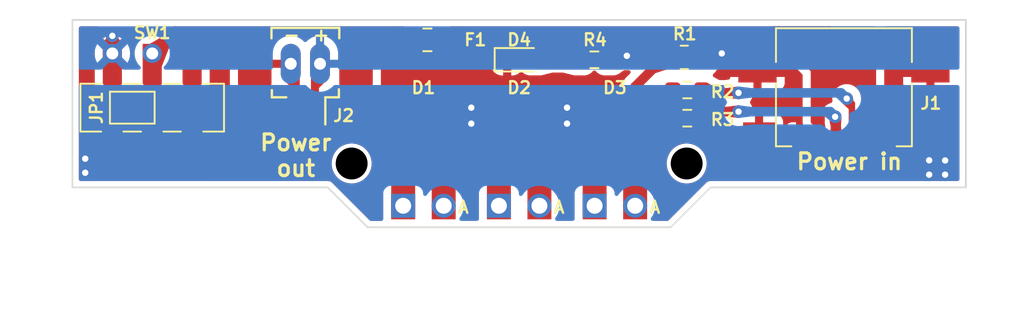
<source format=kicad_pcb>
(kicad_pcb (version 20240108) (generator "pcbnew") (generator_version "8.0")
  (layers (0 "F.Cu" signal) (31 "B.Cu" signal) (34 "B.Paste" user) (35 "F.Paste" user) (36 "B.SilkS" user "B.Silkscreen") (37 "F.SilkS" user "F.Silkscreen") (38 "B.Mask" user) (39 "F.Mask" user) (44 "Edge.Cuts" user))
  (net 0 "")
  (net 1 "GND")
  (net 2 "/CC1")
  (net 3 "/CC2")
  (net 4 "/D1+")
  (net 5 "Power_postSwitch")
  (net 6 "/VBUS")
  (net 7 "/Power_postFuse")
  (net 8 "/D2+")
  (net 9 "/D3+")
  (net 10 "Net-(D4-A)")
  (net 11 "unconnected-(SW1A-C-Pad3)")
  (footprint "sensorstrip:MountingHole-2mm-NPTH" (layer "F.Cu") (at 117.5 59)
    (property "Reference" "" (hide yes))
    (property "Value" "MountingHole-2mm-NPTH" (hide yes))
    (pad "" np_thru_hole circle (at 0 0) (size 3 3) (drill 2) (layers "*.Mask"))
  )
  (footprint "Resistor_SMD:R_0603_1608Metric_Pad0.98x0.95mm_HandSolder" (layer "F.Cu") (at 132.7125 52.5)
    (property "Reference" "R4" (at 0.0375 -1.25 0) (layer "F.SilkS") (effects (font (size 0.75 0.75))))
    (property "Value" "1K")
    (fp_line (start -0.254724 -0.5225) (end 0.254724 -0.5225) (stroke (width 0.12)) (layer "F.SilkS"))
    (fp_line (start -0.254724 0.5225) (end 0.254724 0.5225) (stroke (width 0.12)) (layer "F.SilkS"))
    (pad "1" smd roundrect (at -0.9125 0) (size 0.975 0.95) (layers "F.Cu" "F.Paste" "F.Mask") (net 10 "Net-(D4-A)"))
    (pad "2" smd roundrect (at 0.9125 0) (size 0.975 0.95) (layers "F.Cu" "F.Paste" "F.Mask") (net 5 "Power_postSwitch"))
  )
  (footprint "Resistor_SMD:R_0805_2012Metric_Pad1.20x1.40mm_HandSolder" (layer "F.Cu") (at 138.35 52.35)
    (property "Reference" "R1" (at 0.03 -1.47 0) (layer "F.SilkS") (effects (font (size 0.75 0.75))))
    (property "Value" "10R")
    (fp_line (start -0.227064 -0.735) (end 0.227064 -0.735) (stroke (width 0.12)) (layer "F.SilkS"))
    (fp_line (start -0.227064 0.735) (end 0.227064 0.735) (stroke (width 0.12)) (layer "F.SilkS"))
    (pad "1" smd roundrect (at -1 0) (size 1.2 1.4) (layers "F.Cu" "F.Paste" "F.Mask") (roundrect_rratio 0.208333) (net 9 "/D3+"))
    (pad "2" smd roundrect (at 1 0) (size 1.2 1.4) (layers "F.Cu" "F.Paste" "F.Mask") (roundrect_rratio 0.208333) (net 5 "Power_postSwitch"))
  )
  (footprint "sensorstrip:LED_THT-1.27mm-OrthogonalSMDAndTHT" (layer "F.Cu") (at 128 59)
    (property "Reference" "D2" (at 0 -4.75 0) (layer "F.SilkS") (effects (font (size 0.75 0.75))))
    (property "Value" "LED")
    (fp_text user "A" (at 2.5 2.75 0) (layer "F.SilkS") (effects (font (size 0.75 0.75))))
    (pad "1" smd rect (at -1.27 -0.125) (size 1.5 7.25) (layers "F.Cu" "F.Paste" "F.Mask") (net 4 "/D1+"))
    (pad "1" thru_hole rect (at -1.27 2.65 90) (size 1.5 1.5) (drill 1) (layers "*.Cu" "*.Mask") (net 4 "/D1+"))
    (pad "2" smd rect (at 1.27 -0.125) (size 1.5 7.25) (layers "F.Cu" "F.Paste" "F.Mask") (net 8 "/D2+"))
    (pad "2" thru_hole circle (at 1.27 2.65 90) (size 1.5 1.5) (drill 1) (layers "*.Cu" "*.Mask") (net 8 "/D2+"))
  )
  (footprint "sensorstrip:JS202011SCQN-Hybrid" (layer "F.Cu") (at 105 55.5)
    (property "Reference" "SW1" (at 0 -4.7 0) (layer "F.SilkS") (effects (font (size 0.75 0.75))))
    (property "Value" "SW_DPDT_x2")
    (fp_line (start -4.5 -1.5) (end -4.5 1.5) (stroke (width 0.12)) (layer "F.SilkS"))
    (fp_line (start -4.5 -1.5) (end -3.2 -1.5) (stroke (width 0.12)) (layer "F.SilkS"))
    (fp_line (start -4.5 1.5) (end -3.2 1.5) (stroke (width 0.12)) (layer "F.SilkS"))
    (fp_line (start -1.8 -1.5) (end -0.7 -1.5) (stroke (width 0.12)) (layer "F.SilkS"))
    (fp_line (start -1.8 1.5) (end -0.7 1.5) (stroke (width 0.12)) (layer "F.SilkS"))
    (fp_line (start 0.7 -1.5) (end 1.8 -1.5) (stroke (width 0.12)) (layer "F.SilkS"))
    (fp_line (start 0.7 1.5) (end 1.8 1.5) (stroke (width 0.12)) (layer "F.SilkS"))
    (fp_line (start 3.2 -1.5) (end 4.5 -1.5) (stroke (width 0.12)) (layer "F.SilkS"))
    (fp_line (start 3.2 1.5) (end 4.5 1.5) (stroke (width 0.12)) (layer "F.SilkS"))
    (fp_line (start 4.5 -1.5) (end 4.5 1.5) (stroke (width 0.12)) (layer "F.SilkS"))
    (pad "1" smd rect (at -2.5 2.75) (size 1.2 2.5) (layers "F.Cu" "F.Paste" "F.Mask") (net 5 "Power_postSwitch"))
    (pad "2" smd rect (at 0 2.75) (size 1.2 2.5) (layers "F.Cu" "F.Paste" "F.Mask") (net 7 "/Power_postFuse"))
    (pad "3" smd rect (at 2.5 2.75) (size 1.2 2.5) (layers "F.Cu" "F.Paste" "F.Mask") (net 11 "unconnected-(SW1A-C-Pad3)"))
    (pad "4" thru_hole circle (at -2.5 -3.4) (size 1.2 1.2) (drill 0.75) (layers "*.Cu" "*.Mask") (net 5 "Power_postSwitch"))
    (pad "4" smd rect (at -2.5 -2.75) (size 1.2 2.5) (layers "F.Cu" "F.Paste" "F.Mask") (net 5 "Power_postSwitch"))
    (pad "5" thru_hole circle (at 0 -3.4) (size 1.2 1.2) (drill 0.75) (layers "*.Cu" "*.Mask") (net 7 "/Power_postFuse"))
    (pad "5" smd rect (at 0 -2.75) (size 1.2 2.5) (layers "F.Cu" "F.Paste" "F.Mask") (net 7 "/Power_postFuse"))
    (pad "6" smd rect (at 2.5 -2.75) (size 1.2 2.5) (layers "F.Cu" "F.Paste" "F.Mask") (net 11 "unconnected-(SW1A-C-Pad3)"))
  )
  (footprint "Fuse:Fuse_0805_2012Metric_Pad1.15x1.40mm_HandSolder" (layer "F.Cu") (at 122.25 51.25 180)
    (property "Reference" "F1" (at -3 0 0) (layer "F.SilkS") (effects (font (size 0.75 0.75))))
    (property "Value" "Polyfuse")
    (fp_line (start -0.261252 0.71) (end 0.261252 0.71) (stroke (width 0.12)) (layer "F.SilkS"))
    (fp_line (start -0.261252 -0.71) (end 0.261252 -0.71) (stroke (width 0.12)) (layer "F.SilkS"))
    (pad "1" smd roundrect (at -1.025 0 180) (size 1.15 1.4) (layers "F.Cu" "F.Paste" "F.Mask") (roundrect_rratio 0.217391) (net 6 "/VBUS"))
    (pad "2" smd roundrect (at 1.025 0 180) (size 1.15 1.4) (layers "F.Cu" "F.Paste" "F.Mask") (roundrect_rratio 0.217391) (net 7 "/Power_postFuse"))
  )
  (footprint "Jumper:SolderJumper-2_P1.3mm_Open_Pad1.0x1.5mm" (layer "F.Cu") (at 103.75 55.5)
    (property "Reference" "JP1" (at -2.25 0 90) (layer "F.SilkS") (effects (font (size 0.75 0.75))))
    (property "Value" "SolderJumper_2_Open")
    (fp_line (start -1.4 -1) (end 1.4 -1) (stroke (width 0.12)) (layer "F.SilkS"))
    (fp_line (start -1.4 1) (end -1.4 -1) (stroke (width 0.12)) (layer "F.SilkS"))
    (fp_line (start 1.4 -1) (end 1.4 1) (stroke (width 0.12)) (layer "F.SilkS"))
    (fp_line (start 1.4 1) (end -1.4 1) (stroke (width 0.12)) (layer "F.SilkS"))
    (pad "1" smd rect (at -0.65 0) (size 1 1.5) (layers "F.Cu" "F.Mask") (net 5 "Power_postSwitch"))
    (pad "2" smd rect (at 0.65 0) (size 1 1.5) (layers "F.Cu" "F.Mask") (net 7 "/Power_postFuse"))
  )
  (footprint "Resistor_SMD:R_0603_1608Metric_Pad0.98x0.95mm_HandSolder" (layer "F.Cu") (at 138.54 56.16)
    (property "Reference" "R3" (at 2.21 0.09 0) (layer "F.SilkS") (effects (font (size 0.75 0.75))))
    (property "Value" "5.1K")
    (fp_line (start -0.254724 -0.5225) (end 0.254724 -0.5225) (stroke (width 0.12)) (layer "F.SilkS"))
    (fp_line (start -0.254724 0.5225) (end 0.254724 0.5225) (stroke (width 0.12)) (layer "F.SilkS"))
    (pad "1" smd roundrect (at -0.9125 0) (size 0.975 0.95) (layers "F.Cu" "F.Paste" "F.Mask") (net 1 "GND"))
    (pad "2" smd roundrect (at 0.9125 0) (size 0.975 0.95) (layers "F.Cu" "F.Paste" "F.Mask") (net 3 "/CC2"))
  )
  (footprint "sensorstrip:MountingHole-2mm-NPTH" (layer "F.Cu") (at 138.5 59)
    (property "Reference" "" (hide yes))
    (property "Value" "MountingHole-2mm-NPTH" (hide yes))
    (pad "" np_thru_hole circle (at 0 0) (size 3 3) (drill 2) (layers "*.Mask"))
  )
  (footprint "sensorstrip:Molex_Picoblade_53261-0271-Hybrid" (layer "F.Cu") (at 114.6 55.65)
    (property "Reference" "J2" (at 2.4 0.35 0) (layer "F.SilkS") (effects (font (size 0.75 0.75))))
    (property "Value" "Conn_01x02_MountingPin")
    (fp_line (start -2.125 -4.5) (end -2.125 -5.15) (stroke (width 0.15)) (layer "F.SilkS"))
    (fp_line (start -2.1 -1.25) (end -2.1 -0.8) (stroke (width 0.15)) (layer "F.SilkS"))
    (fp_line (start -2.1 -0.8) (end -1.2 -0.8) (stroke (width 0.15)) (layer "F.SilkS"))
    (fp_line (start 1.25 -0.8) (end 1.25 0.9) (stroke (width 0.15)) (layer "F.SilkS"))
    (fp_line (start 2.1 -1.3) (end 2.1 -0.8) (stroke (width 0.15)) (layer "F.SilkS"))
    (fp_line (start 2.1 -0.8) (end 1.25 -0.8) (stroke (width 0.15)) (layer "F.SilkS"))
    (fp_line (start 2.125 -5.15) (end -2.125 -5.15) (stroke (width 0.15)) (layer "F.SilkS"))
    (fp_line (start 2.125 -4.5) (end 2.125 -5.15) (stroke (width 0.15)) (layer "F.SilkS"))
    (pad "1" smd custom (at 0.625 0) (size 0.8 0.8) (layers "F.Cu") (net 5 "Power_postSwitch") (options (clearance outline) (anchor circle)) (primitives (gr_poly (pts (xy -0.4 -0.68) (xy -0.390866 -0.725922) (xy -0.364853 -0.764853) (xy -0.325922 -0.790866) (xy -0.28 -0.8) (xy 0.28 -0.8) (xy 0.325922 -0.790866) (xy 0.364853 -0.764853) (xy 0.390866 -0.725922) (xy 0.4 -0.68) (xy 0.4 0.68) (xy 0.390866 0.725922) (xy 0.364853 0.764853) (xy 0.325922 0.790866) (xy 0.28 0.8) (xy -0.28 0.8) (xy -0.325922 0.790866) (xy -0.364853 0.764853) (xy -0.390866 0.725922) (xy -0.4 0.68)) (width 0) (fill yes)) (gr_poly (pts (xy -0.225 -0.75) (xy -0.225 -2) (xy 0.775 -2) (xy 0.175 -1.4) (xy 0.175 -0.75)) (width 0.1) (fill yes))))
    (pad "1" smd roundrect (at 0.625 0) (size 0.8 1.6) (layers "F.Cu" "F.Paste" "F.Mask") (roundrect_rratio 0.15) (net 5 "Power_postSwitch"))
    (pad "1" thru_hole oval (at 0.917 -2.9) (size 1.25 2.5) (drill 0.75) (layers "*.Cu" "*.Mask") (net 5 "Power_postSwitch"))
    (pad "2" thru_hole oval (at -0.917 -2.9) (size 1.25 2.5) (drill 0.75) (layers "*.Cu" "*.Mask") (net 1 "GND"))
    (pad "2" smd custom (at -0.625 0) (size 0.8 0.8) (layers "F.Cu") (net 1 "GND") (options (clearance outline) (anchor circle)) (primitives (gr_poly (pts (xy -0.4 -0.68) (xy -0.390866 -0.725922) (xy -0.364853 -0.764853) (xy -0.325922 -0.790866) (xy -0.28 -0.8) (xy 0.28 -0.8) (xy 0.325922 -0.790866) (xy 0.364853 -0.764853) (xy 0.390866 -0.725922) (xy 0.4 -0.68) (xy 0.4 0.68) (xy 0.390866 0.725922) (xy 0.364853 0.764853) (xy 0.325922 0.790866) (xy 0.28 0.8) (xy -0.28 0.8) (xy -0.325922 0.790866) (xy -0.364853 0.764853) (xy -0.390866 0.725922) (xy -0.4 0.68)) (width 0) (fill yes)) (gr_line (start 0.025 0) (end 0.225 0) (width 0.1)) (gr_poly (pts (xy 0.225 -0.75) (xy 0.225 -2) (xy -0.775 -2) (xy -0.175 -1.4) (xy -0.175 -0.75)) (width 0.1) (fill yes))))
    (pad "2" smd roundrect (at -0.625 0) (size 0.8 1.6) (layers "F.Cu" "F.Paste" "F.Mask") (roundrect_rratio 0.15) (net 1 "GND"))
    (pad "MP" smd roundrect (at -3.175 -2.9) (size 2.1 3) (layers "F.Cu" "F.Paste" "F.Mask") (roundrect_rratio 0.12) (net 1 "GND"))
    (pad "MP" smd roundrect (at 3.175 -2.9) (size 2.1 3) (layers "F.Cu" "F.Paste" "F.Mask") (roundrect_rratio 0.12) (net 1 "GND"))
  )
  (footprint "sensorstrip:DEALON USB Type-C 6Pin" (layer "F.Cu") (at 148.357327 57.422902 180)
    (property "Reference" "J1" (at -5.45 2.199238 0) (layer "F.SilkS") (effects (font (size 0.75 0.75))))
    (property "Value" "USB_C_Receptacle_PowerOnly")
    (fp_line (start 4.26 4.78) (end 4.26 6.9) (stroke (width 0.12)) (layer "F.SilkS"))
    (fp_line (start 4.26 3.43) (end 4.26 -0.5) (stroke (width 0.12)) (layer "F.SilkS"))
    (fp_line (start 4.26 -0.5) (end 3.3 -0.5) (stroke (width 0.12)) (layer "F.SilkS"))
    (fp_line (start -3.3 -0.5) (end -4.25 -0.5) (stroke (width 0.12)) (layer "F.SilkS"))
    (fp_line (start -4.26 6.9) (end 4.26 6.9) (stroke (width 0.12)) (layer "F.SilkS"))
    (fp_line (start -4.26 4.78) (end -4.26 6.9) (stroke (width 0.12)) (layer "F.SilkS"))
    (fp_line (start -4.26 -0.5) (end -4.26 3.43) (stroke (width 0.12)) (layer "F.SilkS"))
    (pad "A5" smd rect (at -0.5 0 180) (size 0.7 1) (layers "F.Cu" "F.Paste" "F.Mask") (net 2 "/CC1"))
    (pad "A9" smd rect (at 1.52 0 180) (size 0.8 1) (layers "F.Cu" "F.Paste" "F.Mask") (net 6 "/VBUS"))
    (pad "A12" smd rect (at 2.75 0 180) (size 0.9 1) (layers "F.Cu" "F.Paste" "F.Mask") (net 1 "GND"))
    (pad "B5" smd rect (at 0.5 0 180) (size 0.7 1) (layers "F.Cu" "F.Paste" "F.Mask") (net 3 "/CC2"))
    (pad "B9" smd rect (at -1.52 0 180) (size 0.8 1) (layers "F.Cu" "F.Paste" "F.Mask") (net 6 "/VBUS"))
    (pad "B12" smd rect (at -2.75 0 180) (size 0.9 1) (layers "F.Cu" "F.Paste" "F.Mask") (net 1 "GND"))
    (pad "S1" smd rect (at -5.42 4.1 180) (size 2.4 1.2) (layers "F.Cu" "F.Paste" "F.Mask") (net 1 "GND"))
    (pad "S1" smd rect (at -5.32 0.5 180) (size 2 1) (layers "F.Cu" "F.Paste" "F.Mask") (net 1 "GND"))
    (pad "S1" smd rect (at 5.32 0.5 180) (size 2 1) (layers "F.Cu" "F.Paste" "F.Mask") (net 1 "GND"))
    (pad "S1" smd rect (at 5.42 4.1 180) (size 2.4 1.2) (layers "F.Cu" "F.Paste" "F.Mask") (net 1 "GND"))
  )
  (footprint "sensorstrip:LED_THT-1.27mm-OrthogonalSMDAndTHT" (layer "F.Cu") (at 134 59)
    (property "Reference" "D3" (at 0 -4.75 0) (layer "F.SilkS") (effects (font (size 0.75 0.75))))
    (property "Value" "LED")
    (fp_text user "A" (at 2.5 2.75 0) (layer "F.SilkS") (effects (font (size 0.75 0.75))))
    (pad "1" smd rect (at -1.27 -0.125) (size 1.5 7.25) (layers "F.Cu" "F.Paste" "F.Mask") (net 8 "/D2+"))
    (pad "1" thru_hole rect (at -1.27 2.65 90) (size 1.5 1.5) (drill 1) (layers "*.Cu" "*.Mask") (net 8 "/D2+"))
    (pad "2" smd rect (at 1.27 -0.125) (size 1.5 7.25) (layers "F.Cu" "F.Paste" "F.Mask") (net 9 "/D3+"))
    (pad "2" thru_hole circle (at 1.27 2.65 90) (size 1.5 1.5) (drill 1) (layers "*.Cu" "*.Mask") (net 9 "/D3+"))
  )
  (footprint "Resistor_SMD:R_0603_1608Metric_Pad0.98x0.95mm_HandSolder" (layer "F.Cu") (at 138.54 54.39)
    (property "Reference" "R2" (at 2.21 0.11 0) (layer "F.SilkS") (effects (font (size 0.75 0.75))))
    (property "Value" "5.1K")
    (fp_line (start -0.254724 -0.5225) (end 0.254724 -0.5225) (stroke (width 0.12)) (layer "F.SilkS"))
    (fp_line (start -0.254724 0.5225) (end 0.254724 0.5225) (stroke (width 0.12)) (layer "F.SilkS"))
    (pad "1" smd roundrect (at -0.9125 0) (size 0.975 0.95) (layers "F.Cu" "F.Paste" "F.Mask") (net 1 "GND"))
    (pad "2" smd roundrect (at 0.9125 0) (size 0.975 0.95) (layers "F.Cu" "F.Paste" "F.Mask") (net 2 "/CC1"))
  )
  (footprint "sensorstrip:LED_THT-1.27mm-OrthogonalSMDAndTHT" (layer "F.Cu") (at 122 59)
    (property "Reference" "D1" (at 0 -4.75 0) (layer "F.SilkS") (effects (font (size 0.75 0.75))))
    (property "Value" "LED")
    (fp_text user "A" (at 2.5 2.75 0) (layer "F.SilkS") (effects (font (size 0.75 0.75))))
    (pad "1" smd rect (at -1.27 -0.125) (size 1.5 7.25) (layers "F.Cu" "F.Paste" "F.Mask") (net 1 "GND"))
    (pad "1" thru_hole rect (at -1.27 2.65 90) (size 1.5 1.5) (drill 1) (layers "*.Cu" "*.Mask") (net 1 "GND"))
    (pad "2" smd rect (at 1.27 -0.125) (size 1.5 7.25) (layers "F.Cu" "F.Paste" "F.Mask") (net 4 "/D1+"))
    (pad "2" thru_hole circle (at 1.27 2.65 90) (size 1.5 1.5) (drill 1) (layers "*.Cu" "*.Mask") (net 4 "/D1+"))
  )
  (footprint "LED_SMD:LED_0603_1608Metric_Pad1.05x0.95mm_HandSolder" (layer "F.Cu") (at 128.125 52.5)
    (property "Reference" "D4" (at -0.125 -1.25 0) (layer "F.SilkS") (effects (font (size 0.75 0.75))))
    (property "Value" "LED")
    (fp_line (start -1.66 -0.735) (end -1.66 0.735) (stroke (width 0.12)) (layer "F.SilkS"))
    (fp_line (start -1.66 0.735) (end 0.8 0.735) (stroke (width 0.12)) (layer "F.SilkS"))
    (fp_line (start 0.8 -0.735) (end -1.66 -0.735) (stroke (width 0.12)) (layer "F.SilkS"))
    (pad "1" smd roundrect (at -0.875 0) (size 1.05 0.95) (layers "F.Cu" "F.Paste" "F.Mask") (net 1 "GND"))
    (pad "2" smd roundrect (at 0.875 0) (size 1.05 0.95) (layers "F.Cu" "F.Paste" "F.Mask") (net 10 "Net-(D4-A)"))
  )
  (gr_line (start 100 60.5) (end 116 60.5) (stroke (width 0.1)) (layer "Edge.Cuts"))
  (gr_line (start 118.5 63) (end 137.5 63) (stroke (width 0.1)) (layer "Edge.Cuts"))
  (gr_line (start 156 50) (end 100 50) (stroke (width 0.1)) (layer "Edge.Cuts"))
  (gr_line (start 140 60.5) (end 137.5 63) (stroke (width 0.1)) (layer "Edge.Cuts"))
  (gr_line (start 116 60.5) (end 118.5 63) (stroke (width 0.1)) (layer "Edge.Cuts"))
  (gr_line (start 156 60.5) (end 156 50) (stroke (width 0.1)) (layer "Edge.Cuts"))
  (gr_line (start 100 50) (end 100 60.5) (stroke (width 0.1)) (layer "Edge.Cuts"))
  (gr_line (start 156 60.5) (end 140 60.5) (stroke (width 0.1)) (layer "Edge.Cuts"))
  (gr_text "-" (at 113.15 51.4 0) (layer "F.SilkS") (effects (font (size 0.8 0.8) (thickness 0.15) (bold yes)) (justify left bottom)))
  (gr_text "+" (at 115 51.4 0) (layer "F.SilkS") (effects (font (size 0.8 0.8) (thickness 0.15) (bold yes)) (justify left bottom)))
  (gr_text "Power in" (at 148.7 58.88 0) (layer "F.SilkS") (effects (font (size 1 1) (thickness 0.2))))
  (gr_text "Power\nout" (at 114 58.5 0) (layer "F.SilkS") (effects (font (size 1 1) (thickness 0.2))))
  (segment (start 137.6275 54.39) (end 137.6275 56.16) (width 0.6) (layer "F.Cu") (net 1))
  (via (at 153.7 58.8) (size 0.8) (drill 0.4) (layers "F.Cu" "B.Cu") (net 1))
  (via (at 125 56.5) (size 0.8) (drill 0.4) (layers "F.Cu" "B.Cu") (net 1))
  (via (at 131 56.5) (size 0.8) (drill 0.4) (layers "F.Cu" "B.Cu") (net 1))
  (via (at 100.8 58.7) (size 0.8) (drill 0.4) (layers "F.Cu" "B.Cu") (net 1))
  (via (at 154.7 59.7) (size 0.8) (drill 0.4) (layers "F.Cu" "B.Cu") (net 1))
  (via (at 154.7 58.81) (size 0.8) (drill 0.4) (layers "F.Cu" "B.Cu") (net 1))
  (via (at 100.8 59.58) (size 0.8) (drill 0.4) (layers "F.Cu" "B.Cu") (net 1))
  (via (at 131 55.5) (size 0.8) (drill 0.4) (layers "F.Cu" "B.Cu") (net 1))
  (via (at 153.7 59.7) (size 0.8) (drill 0.4) (layers "F.Cu" "B.Cu") (net 1))
  (via (at 125 55.5) (size 0.8) (drill 0.4) (layers "F.Cu" "B.Cu") (net 1))
  (segment (start 148.857327 55.257327) (end 148.53 54.93) (width 0.4) (layer "F.Cu") (net 2))
  (segment (start 139.4525 54.39) (end 139.635404 54.572904) (width 0.6) (layer "F.Cu") (net 2))
  (segment (start 139.635404 54.572904) (end 141.75 54.572904) (width 0.6) (layer "F.Cu") (net 2))
  (segment (start 148.857327 57.422902) (end 148.857327 55.257327) (width 0.4) (layer "F.Cu") (net 2))
  (via (at 141.75 54.572904) (size 0.8) (drill 0.4) (layers "F.Cu" "B.Cu") (net 2))
  (via (at 148.53 54.93) (size 0.8) (drill 0.4) (layers "F.Cu" "B.Cu") (net 2))
  (segment (start 141.75 54.572904) (end 148.172904 54.572904) (width 0.6) (layer "B.Cu") (net 2))
  (segment (start 148.172904 54.572904) (end 148.53 54.93) (width 0.6) (layer "B.Cu") (net 2))
  (segment (start 147.857327 57.422902) (end 147.857327 56.1205) (width 0.6) (layer "F.Cu") (net 3))
  (segment (start 141.75 55.75) (end 139.8625 55.75) (width 0.6) (layer "F.Cu") (net 3))
  (segment (start 147.857327 56.1205) (end 147.806827 56.07) (width 0.6) (layer "F.Cu") (net 3))
  (segment (start 139.8625 55.75) (end 139.4525 56.16) (width 0.6) (layer "F.Cu") (net 3))
  (via (at 147.806827 56.07) (size 0.8) (drill 0.4) (layers "F.Cu" "B.Cu") (net 3))
  (via (at 141.75 55.75) (size 0.8) (drill 0.4) (layers "F.Cu" "B.Cu") (net 3))
  (segment (start 147.5 55.75) (end 141.75 55.75) (width 0.6) (layer "B.Cu") (net 3))
  (segment (start 147.806827 56.07) (end 147.806827 56.056827) (width 0.6) (layer "B.Cu") (net 3))
  (segment (start 147.806827 56.056827) (end 147.5 55.75) (width 0.6) (layer "B.Cu") (net 3))
  (segment (start 126.73 59) (end 123.27 59) (width 0.6) (layer "F.Cu") (net 4))
  (segment (start 102.53 58.6) (end 102.53 53.1) (width 0.6) (layer "F.Cu") (net 5))
  (segment (start 102.5 51) (end 102.5 52.1) (width 0.6) (layer "F.Cu") (net 5))
  (segment (start 133.875 52.25) (end 133.625 52.5) (width 0.6) (layer "F.Cu") (net 5))
  (segment (start 140.7 52.1) (end 139.35 52.1) (width 0.6) (layer "F.Cu") (net 5))
  (segment (start 134.75 52.25) (end 133.875 52.25) (width 0.6) (layer "F.Cu") (net 5))
  (via (at 102.5 51) (size 0.8) (drill 0.4) (layers "F.Cu" "B.Cu") (net 5))
  (via (at 140.7 52.1) (size 0.8) (drill 0.4) (layers "F.Cu" "B.Cu") (net 5))
  (via (at 134.75 52.25) (size 0.8) (drill 0.4) (layers "F.Cu" "B.Cu") (net 5))
  (segment (start 147.45 50.7) (end 144.25 50.7) (width 0.6) (layer "F.Cu") (net 6))
  (segment (start 146.857327 57.42214) (end 146.857327 53.307327) (width 0.6) (layer "F.Cu") (net 6))
  (segment (start 149.857327 57.42214) (end 149.857327 53.107327) (width 0.6) (layer "F.Cu") (net 6))
  (segment (start 146.857327 53.307327) (end 144.25 50.7) (width 0.6) (layer "F.Cu") (net 6))
  (segment (start 123.275 51.25) (end 123.275 51.225) (width 0.6) (layer "F.Cu") (net 6))
  (segment (start 123.275 51.225) (end 123.8 50.7) (width 0.6) (layer "F.Cu") (net 6))
  (segment (start 149.857327 53.107327) (end 147.45 50.7) (width 0.6) (layer "F.Cu") (net 6))
  (segment (start 123.8 50.7) (end 144.25 50.7) (width 0.6) (layer "F.Cu") (net 6))
  (segment (start 105.03 58.6) (end 105.03 53.1) (width 0.6) (layer "F.Cu") (net 7))
  (segment (start 121.225 51.25) (end 120.675 50.7) (width 0.6) (layer "F.Cu") (net 7))
  (segment (start 106.4 50.7) (end 105 52.1) (width 0.6) (layer "F.Cu") (net 7))
  (segment (start 120.675 50.7) (end 106.4 50.7) (width 0.6) (layer "F.Cu") (net 7))
  (segment (start 132.73 59) (end 129.27 59) (width 0.6) (layer "F.Cu") (net 8))
  (segment (start 135.27 54.18) (end 135.27 59) (width 0.6) (layer "F.Cu") (net 9))
  (segment (start 137.35 52.1) (end 135.27 54.18) (width 0.6) (layer "F.Cu") (net 9))
  (segment (start 131.8 52.5) (end 129 52.5) (width 0.6) (layer "F.Cu") (net 10))
  (segment (start 107.53 58.6) (end 107.53 53.1) (width 0.6) (layer "F.Cu") (net 11))
  (zone (net 6) (net_name "/VBUS") (layer "F.Cu") (priority 1) (connect_pads (clearance 0.5)) (min_thickness 0.254) (fill yes (thermal_gap 0.508) (thermal_bridge_width 0.508))
    (polygon (pts (xy 150.375 56.575) (xy 146.275 56.575) (xy 146.275 53.225) (xy 143.460621 50.325) (xy 150.375 50.325)))
  )
  (zone (net 1) (net_name "GND") (layer "F.Cu") (connect_pads (clearance 0.5)) (min_thickness 0.254) (fill yes (thermal_gap 0.508) (thermal_bridge_width 0.508))
    (polygon (pts (xy 156.88 63) (xy 99.4 63) (xy 99.4 49) (xy 156.88 49)))
  )
  (zone (net 1) (net_name "GND") (layer "B.Cu") (connect_pads (clearance 0.5)) (min_thickness 0.254) (fill yes (thermal_gap 0.508) (thermal_bridge_width 0.508))
    (polygon (pts (xy 156.7 62.6) (xy 99.6 62.6) (xy 99.6 54.08) (xy 156.7 54.08)))
  )
  (zone (net 5) (net_name "Power_postSwitch") (layer "B.Cu") (connect_pads (clearance 0.5)) (min_thickness 0.254) (fill yes (thermal_gap 0.508) (thermal_bridge_width 0.508))
    (polygon (pts (xy 156.5 53.12) (xy 99.8 53.12) (xy 99.8 49.3) (xy 156.5 49.3)))
  )
)
</source>
